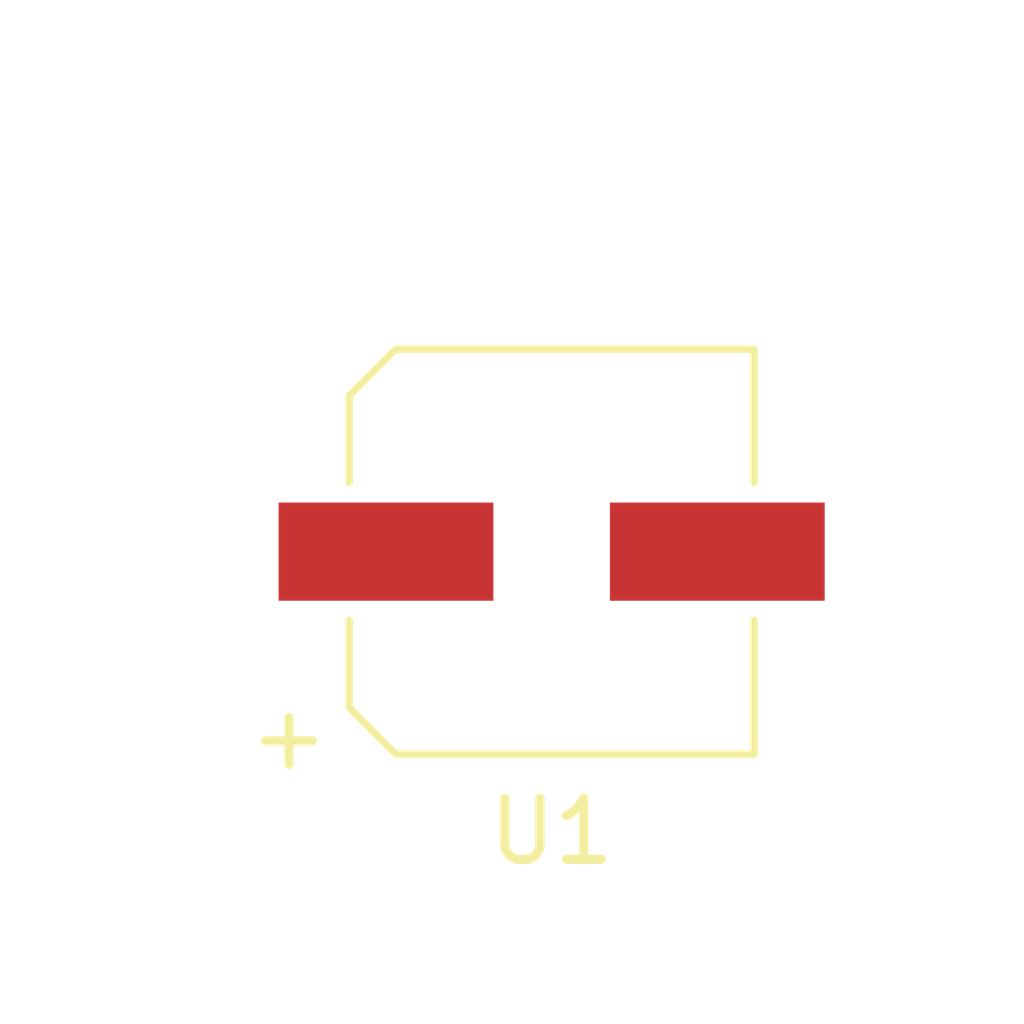
<source format=kicad_pcb>
(kicad_pcb (version 4) (host pcbnew 4.0.7)

  (general
    (links 0)
    (no_connects 0)
    (area 139.599999 95.149999 156.310001 111.860001)
    (thickness 1.6)
    (drawings 6)
    (tracks 0)
    (zones 0)
    (modules 1)
    (nets 1)
  )

  (page A4)
  (layers
    (0 F.Cu signal)
    (31 B.Cu signal)
    (32 B.Adhes user)
    (33 F.Adhes user)
    (34 B.Paste user)
    (35 F.Paste user)
    (36 B.SilkS user)
    (37 F.SilkS user)
    (38 B.Mask user)
    (39 F.Mask user)
    (40 Dwgs.User user)
    (41 Cmts.User user)
    (42 Eco1.User user)
    (43 Eco2.User user)
    (44 Edge.Cuts user)
    (45 Margin user)
    (46 B.CrtYd user)
    (47 F.CrtYd user)
    (48 B.Fab user)
    (49 F.Fab user)
  )

  (setup
    (last_trace_width 0.25)
    (trace_clearance 0.2)
    (zone_clearance 0.508)
    (zone_45_only no)
    (trace_min 0.2)
    (segment_width 0.2)
    (edge_width 0.15)
    (via_size 0.6)
    (via_drill 0.4)
    (via_min_size 0.4)
    (via_min_drill 0.3)
    (uvia_size 0.3)
    (uvia_drill 0.1)
    (uvias_allowed no)
    (uvia_min_size 0.2)
    (uvia_min_drill 0.1)
    (pcb_text_width 0.3)
    (pcb_text_size 1.5 1.5)
    (mod_edge_width 0.15)
    (mod_text_size 1 1)
    (mod_text_width 0.15)
    (pad_size 1.524 1.524)
    (pad_drill 0.762)
    (pad_to_mask_clearance 0.2)
    (aux_axis_origin 0 0)
    (visible_elements FFFFFF7F)
    (pcbplotparams
      (layerselection 0x00030_80000001)
      (usegerberextensions false)
      (excludeedgelayer true)
      (linewidth 0.100000)
      (plotframeref false)
      (viasonmask false)
      (mode 1)
      (useauxorigin false)
      (hpglpennumber 1)
      (hpglpenspeed 20)
      (hpglpendiameter 15)
      (hpglpenoverlay 2)
      (psnegative false)
      (psa4output false)
      (plotreference true)
      (plotvalue true)
      (plotinvisibletext false)
      (padsonsilk false)
      (subtractmaskfromsilk false)
      (outputformat 1)
      (mirror false)
      (drillshape 1)
      (scaleselection 1)
      (outputdirectory ""))
  )

  (net 0 "")

  (net_class Default "This is the default net class."
    (clearance 0.2)
    (trace_width 0.25)
    (via_dia 0.6)
    (via_drill 0.4)
    (uvia_dia 0.3)
    (uvia_drill 0.1)
  )

  (module Capacitors_SMD:CP_Elec_6.3x5.3 (layer F.Cu) (tedit 58AA8B2D) (tstamp 5B439ECC)
    (at 148.59 104.14)
    (descr "SMT capacitor, aluminium electrolytic, 6.3x5.3")
    (path /5B439B21)
    (attr smd)
    (fp_text reference U1 (at 0 4.56) (layer F.SilkS)
      (effects (font (size 1 1) (thickness 0.15)))
    )
    (fp_text value Proba123 (at 0 -4.56) (layer F.Fab)
      (effects (font (size 1 1) (thickness 0.15)))
    )
    (fp_circle (center 0 0) (end 0.6 3) (layer F.Fab) (width 0.1))
    (fp_text user + (at -1.75 -0.08) (layer F.Fab)
      (effects (font (size 1 1) (thickness 0.15)))
    )
    (fp_text user + (at -4.28 3.01) (layer F.SilkS)
      (effects (font (size 1 1) (thickness 0.15)))
    )
    (fp_text user %R (at 0 4.56) (layer F.Fab)
      (effects (font (size 1 1) (thickness 0.15)))
    )
    (fp_line (start 3.15 3.15) (end 3.15 -3.15) (layer F.Fab) (width 0.1))
    (fp_line (start -2.48 3.15) (end 3.15 3.15) (layer F.Fab) (width 0.1))
    (fp_line (start -3.15 2.48) (end -2.48 3.15) (layer F.Fab) (width 0.1))
    (fp_line (start -3.15 -2.48) (end -3.15 2.48) (layer F.Fab) (width 0.1))
    (fp_line (start -2.48 -3.15) (end -3.15 -2.48) (layer F.Fab) (width 0.1))
    (fp_line (start 3.15 -3.15) (end -2.48 -3.15) (layer F.Fab) (width 0.1))
    (fp_line (start 3.3 3.3) (end 3.3 1.12) (layer F.SilkS) (width 0.12))
    (fp_line (start 3.3 -3.3) (end 3.3 -1.12) (layer F.SilkS) (width 0.12))
    (fp_line (start -3.3 2.54) (end -3.3 1.12) (layer F.SilkS) (width 0.12))
    (fp_line (start -3.3 -2.54) (end -3.3 -1.12) (layer F.SilkS) (width 0.12))
    (fp_line (start 3.3 3.3) (end -2.54 3.3) (layer F.SilkS) (width 0.12))
    (fp_line (start -2.54 3.3) (end -3.3 2.54) (layer F.SilkS) (width 0.12))
    (fp_line (start -3.3 -2.54) (end -2.54 -3.3) (layer F.SilkS) (width 0.12))
    (fp_line (start -2.54 -3.3) (end 3.3 -3.3) (layer F.SilkS) (width 0.12))
    (fp_line (start -4.7 -3.4) (end 4.7 -3.4) (layer F.CrtYd) (width 0.05))
    (fp_line (start -4.7 -3.4) (end -4.7 3.4) (layer F.CrtYd) (width 0.05))
    (fp_line (start 4.7 3.4) (end 4.7 -3.4) (layer F.CrtYd) (width 0.05))
    (fp_line (start 4.7 3.4) (end -4.7 3.4) (layer F.CrtYd) (width 0.05))
    (pad 1 smd rect (at -2.7 0 180) (size 3.5 1.6) (layers F.Cu F.Paste F.Mask))
    (pad 2 smd rect (at 2.7 0 180) (size 3.5 1.6) (layers F.Cu F.Paste F.Mask))
    (model Capacitors_SMD.3dshapes/CP_Elec_6.3x5.3.wrl
      (at (xyz 0 0 0))
      (scale (xyz 1 1 1))
      (rotate (xyz 0 0 180))
    )
  )

  (gr_line (start 140.97 95.25) (end 142.24 95.25) (angle 90) (layer Eco1.User) (width 0.2))
  (gr_line (start 139.7 95.25) (end 140.97 95.25) (angle 90) (layer Eco1.User) (width 0.2))
  (gr_line (start 139.7 111.76) (end 139.7 95.25) (angle 90) (layer Eco1.User) (width 0.2))
  (gr_line (start 156.21 111.76) (end 139.7 111.76) (angle 90) (layer Eco1.User) (width 0.2))
  (gr_line (start 156.21 95.25) (end 156.21 111.76) (angle 90) (layer Eco1.User) (width 0.2))
  (gr_line (start 140.97 95.25) (end 156.21 95.25) (angle 90) (layer Eco1.User) (width 0.2))

  (zone (net 0) (net_name "") (layer B.Fab) (tstamp 5B439F71) (hatch edge 0.508)
    (connect_pads (clearance 0.508))
    (min_thickness 0.254)
    (fill yes (arc_segments 16) (thermal_gap 0.508) (thermal_bridge_width 0.508))
    (polygon
      (pts
        (xy 152.4 110.49) (xy 140.97 110.49) (xy 140.97 96.52) (xy 152.4 96.52)
      )
    )
    (filled_polygon
      (pts
        (xy 152.273 110.363) (xy 141.097 110.363) (xy 141.097 96.647) (xy 152.273 96.647)
      )
    )
  )
)

</source>
